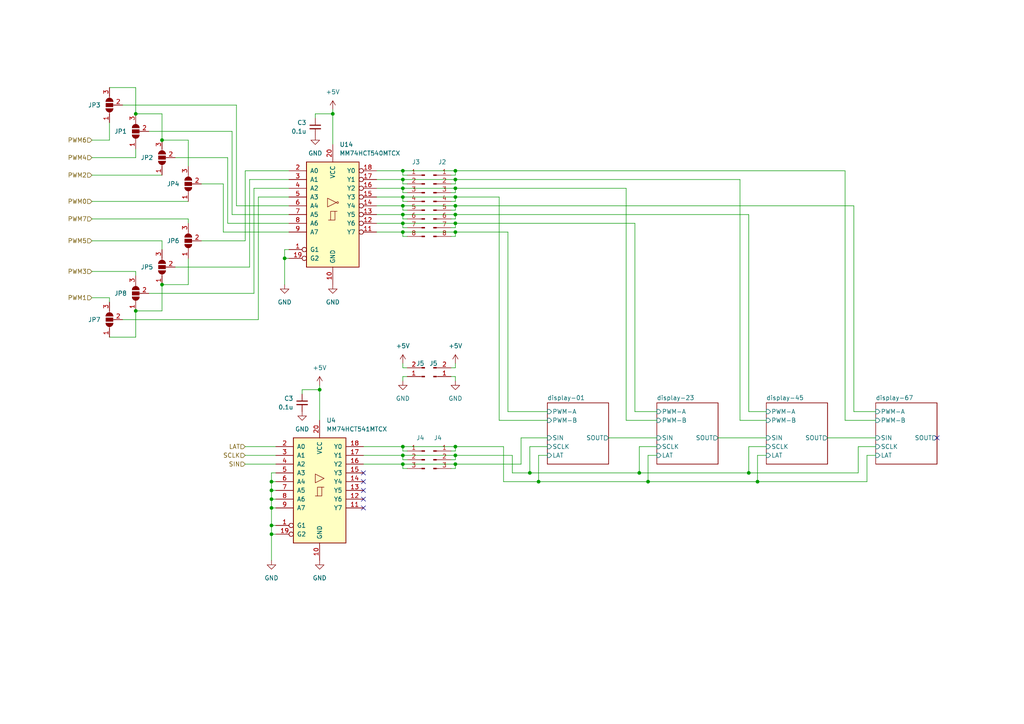
<source format=kicad_sch>
(kicad_sch (version 20230121) (generator eeschema)
  (paper "A4")
  (lib_symbols
    (symbol "0-74xx:74HCT540" (pin_names (offset 1.016))
      (property "Reference" "U" (at -7.62 16.51 0))
      (property "Value" "74HCT540" (at -7.62 -16.51 0))
      (symbol "74HCT540_1_0"
        (polyline (pts (xy -0.635 -1.6002) (xy -0.635 0.9398) (xy 0.635 0.9398)))
        (polyline (pts (xy -1.27 -1.6002) (xy 0.635 -1.6002) (xy 0.635 0.9398) (xy 1.27 0.9398)))
        (polyline (pts (xy 1.016 3.4798) (xy -1.524 4.7498) (xy -1.524 2.2098) (xy 1.016 3.4798)) (stroke (width 0.1524)))
        (circle (center 1.397 3.4798) (radius 0.254) (stroke (width 0.1524)))
        (pin input inverted (at -12.7 -10.16 0) (length 5.08) (name "G1") (number "1"))
        (pin power_in line (at 0 -20.32 90) (length 5.08) (name "GND") (number "10"))
        (pin tri_state inverted (at 12.7 -5.08 180) (length 5.08) (name "Y7") (number "11"))
        (pin tri_state inverted (at 12.7 -2.54 180) (length 5.08) (name "Y6") (number "12"))
        (pin tri_state inverted (at 12.7 0 180) (length 5.08) (name "Y5") (number "13"))
        (pin tri_state inverted (at 12.7 2.54 180) (length 5.08) (name "Y4") (number "14"))
        (pin tri_state inverted (at 12.7 5.08 180) (length 5.08) (name "Y3") (number "15"))
        (pin tri_state inverted (at 12.7 7.62 180) (length 5.08) (name "Y2") (number "16"))
        (pin tri_state inverted (at 12.7 10.16 180) (length 5.08) (name "Y1") (number "17"))
        (pin tri_state inverted (at 12.7 12.7 180) (length 5.08) (name "Y0") (number "18"))
        (pin input inverted (at -12.7 -12.7 0) (length 5.08) (name "G2") (number "19"))
        (pin input line (at -12.7 12.7 0) (length 5.08) (name "A0") (number "2"))
        (pin power_in line (at 0 20.32 270) (length 5.08) (name "VCC") (number "20"))
        (pin input line (at -12.7 10.16 0) (length 5.08) (name "A1") (number "3"))
        (pin input line (at -12.7 7.62 0) (length 5.08) (name "A2") (number "4"))
        (pin input line (at -12.7 5.08 0) (length 5.08) (name "A3") (number "5"))
        (pin input line (at -12.7 2.54 0) (length 5.08) (name "A4") (number "6"))
        (pin input line (at -12.7 0 0) (length 5.08) (name "A5") (number "7"))
        (pin input line (at -12.7 -2.54 0) (length 5.08) (name "A6") (number "8"))
        (pin input line (at -12.7 -5.08 0) (length 5.08) (name "A7") (number "9"))
      )
      (symbol "74HCT540_1_1"
        (rectangle (start -7.62 15.24) (end 7.62 -15.24) (stroke (width 0.254)) (fill (type background)))
      )
    )
    (symbol "0-passives:C-ceramic" (pin_numbers hide) (pin_names (offset 0.254) hide)
      (property "Reference" "C" (at 0.254 1.778 0))
      (property "Value" "?u" (at 0.254 -2.032 0))
      (symbol "C-ceramic_0_1"
        (polyline (pts (xy -1.524 -0.508) (xy 1.524 -0.508)) (stroke (width 0.3302)))
        (polyline (pts (xy -1.524 0.508) (xy 1.524 0.508)) (stroke (width 0.3048)))
      )
      (symbol "C-ceramic_1_1"
        (pin passive line (at 0 2.54 270) (length 2.032) (name "~") (number "1"))
        (pin passive line (at 0 -2.54 90) (length 2.032) (name "~") (number "2"))
      )
    )
    (symbol "0-passives:SolderJumper_3" (pin_names (offset 0) hide)
      (property "Reference" "JP" (at -2.54 -2.54 0))
      (property "Value" "SolderJumper_3_Open" (at 0 2.794 0))
      (symbol "SolderJumper_3_0_1"
        (arc (start -1.016 1.016) (mid -2.0276 0) (end -1.016 -1.016))
        (arc (start -1.016 1.016) (mid -2.0276 0) (end -1.016 -1.016) (fill (type outline)))
        (rectangle (start -0.508 1.016) (end 0.508 -1.016) (fill (type outline)))
        (polyline (pts (xy -2.54 0) (xy -2.032 0)))
        (polyline (pts (xy -1.016 1.016) (xy -1.016 -1.016)))
        (polyline (pts (xy 0 -1.27) (xy 0 -1.016)))
        (polyline (pts (xy 1.016 1.016) (xy 1.016 -1.016)))
        (polyline (pts (xy 2.54 0) (xy 2.032 0)))
        (arc (start 1.016 -1.016) (mid 2.0276 0) (end 1.016 1.016))
        (arc (start 1.016 -1.016) (mid 2.0276 0) (end 1.016 1.016) (fill (type outline)))
      )
      (symbol "SolderJumper_3_1_1"
        (pin passive line (at -5.08 0 0) (length 2.54) (name "A") (number "1"))
        (pin passive line (at 0 -3.81 90) (length 2.54) (name "C") (number "2"))
        (pin passive line (at 5.08 0 180) (length 2.54) (name "B") (number "3"))
      )
    )
    (symbol "0-power:+5V" (power) (pin_names (offset 0))
      (property "Value" "+5V" (at 0 3.556 0))
      (symbol "+5V_0_1"
        (polyline (pts (xy -0.762 1.27) (xy 0 2.54)))
        (polyline (pts (xy 0 0) (xy 0 2.54)))
        (polyline (pts (xy 0 2.54) (xy 0.762 1.27)))
      )
      (symbol "+5V_1_1"
        (pin power_in line (at 0 0 90) (length 0) hide (name "+5V") (number "1"))
      )
    )
    (symbol "0-power:GND" (power) (pin_names (offset 0))
      (property "Value" "GND" (at 0 -3.81 0))
      (symbol "GND_0_1"
        (polyline (pts (xy 0 0) (xy 0 -1.27) (xy 1.27 -1.27) (xy 0 -2.54) (xy -1.27 -1.27) (xy 0 -1.27)))
      )
      (symbol "GND_1_1"
        (pin power_in line (at 0 0 270) (length 0) hide (name "GND") (number "1"))
      )
    )
    (symbol "74xx:74HCT541" (pin_names (offset 1.016))
      (property "Reference" "U" (at -7.62 16.51 0))
      (property "Value" "74HCT541" (at -7.62 -16.51 0))
      (symbol "74HCT541_1_0"
        (polyline (pts (xy -0.635 -1.6002) (xy -0.635 0.9398) (xy 0.635 0.9398)))
        (polyline (pts (xy -1.27 -1.6002) (xy 0.635 -1.6002) (xy 0.635 0.9398) (xy 1.27 0.9398)))
        (polyline (pts (xy 1.27 3.4798) (xy -1.27 4.7498) (xy -1.27 2.2098) (xy 1.27 3.4798)) (stroke (width 0.1524)))
        (pin input inverted (at -12.7 -10.16 0) (length 5.08) (name "G1") (number "1"))
        (pin power_in line (at 0 -20.32 90) (length 5.08) (name "GND") (number "10"))
        (pin tri_state line (at 12.7 -5.08 180) (length 5.08) (name "Y7") (number "11"))
        (pin tri_state line (at 12.7 -2.54 180) (length 5.08) (name "Y6") (number "12"))
        (pin tri_state line (at 12.7 0 180) (length 5.08) (name "Y5") (number "13"))
        (pin tri_state line (at 12.7 2.54 180) (length 5.08) (name "Y4") (number "14"))
        (pin tri_state line (at 12.7 5.08 180) (length 5.08) (name "Y3") (number "15"))
        (pin tri_state line (at 12.7 7.62 180) (length 5.08) (name "Y2") (number "16"))
        (pin tri_state line (at 12.7 10.16 180) (length 5.08) (name "Y1") (number "17"))
        (pin tri_state line (at 12.7 12.7 180) (length 5.08) (name "Y0") (number "18"))
        (pin input inverted (at -12.7 -12.7 0) (length 5.08) (name "G2") (number "19"))
        (pin input line (at -12.7 12.7 0) (length 5.08) (name "A0") (number "2"))
        (pin power_in line (at 0 20.32 270) (length 5.08) (name "VCC") (number "20"))
        (pin input line (at -12.7 10.16 0) (length 5.08) (name "A1") (number "3"))
        (pin input line (at -12.7 7.62 0) (length 5.08) (name "A2") (number "4"))
        (pin input line (at -12.7 5.08 0) (length 5.08) (name "A3") (number "5"))
        (pin input line (at -12.7 2.54 0) (length 5.08) (name "A4") (number "6"))
        (pin input line (at -12.7 0 0) (length 5.08) (name "A5") (number "7"))
        (pin input line (at -12.7 -2.54 0) (length 5.08) (name "A6") (number "8"))
        (pin input line (at -12.7 -5.08 0) (length 5.08) (name "A7") (number "9"))
      )
      (symbol "74HCT541_1_1"
        (rectangle (start -7.62 15.24) (end 7.62 -15.24) (stroke (width 0.254)) (fill (type background)))
      )
    )
    (symbol "Connector:Conn_01x02_Pin" (pin_names (offset 1.016) hide)
      (property "Reference" "J" (at 0 2.54 0))
      (property "Value" "Conn_01x02_Pin" (at 0 -5.08 0))
      (symbol "Conn_01x02_Pin_1_1"
        (polyline (pts (xy 1.27 -2.54) (xy 0.8636 -2.54)) (stroke (width 0.1524)))
        (polyline (pts (xy 1.27 0) (xy 0.8636 0)) (stroke (width 0.1524)))
        (rectangle (start 0.8636 -2.413) (end 0 -2.667) (stroke (width 0.1524)) (fill (type outline)))
        (rectangle (start 0.8636 0.127) (end 0 -0.127) (stroke (width 0.1524)) (fill (type outline)))
        (pin passive line (at 5.08 0 180) (length 3.81) (name "Pin_1") (number "1"))
        (pin passive line (at 5.08 -2.54 180) (length 3.81) (name "Pin_2") (number "2"))
      )
    )
    (symbol "Connector:Conn_01x03_Pin" (pin_names (offset 1.016) hide)
      (property "Reference" "J" (at 0 5.08 0))
      (property "Value" "Conn_01x03_Pin" (at 0 -5.08 0))
      (symbol "Conn_01x03_Pin_1_1"
        (polyline (pts (xy 1.27 -2.54) (xy 0.8636 -2.54)) (stroke (width 0.1524)))
        (polyline (pts (xy 1.27 0) (xy 0.8636 0)) (stroke (width 0.1524)))
        (polyline (pts (xy 1.27 2.54) (xy 0.8636 2.54)) (stroke (width 0.1524)))
        (rectangle (start 0.8636 -2.413) (end 0 -2.667) (stroke (width 0.1524)) (fill (type outline)))
        (rectangle (start 0.8636 0.127) (end 0 -0.127) (stroke (width 0.1524)) (fill (type outline)))
        (rectangle (start 0.8636 2.667) (end 0 2.413) (stroke (width 0.1524)) (fill (type outline)))
        (pin passive line (at 5.08 2.54 180) (length 3.81) (name "Pin_1") (number "1"))
        (pin passive line (at 5.08 0 180) (length 3.81) (name "Pin_2") (number "2"))
        (pin passive line (at 5.08 -2.54 180) (length 3.81) (name "Pin_3") (number "3"))
      )
    )
    (symbol "Connector:Conn_01x08_Pin" (pin_names (offset 1.016) hide)
      (property "Reference" "J" (at 0 10.16 0))
      (property "Value" "Conn_01x08_Pin" (at 0 -12.7 0))
      (symbol "Conn_01x08_Pin_1_1"
        (polyline (pts (xy 1.27 -10.16) (xy 0.8636 -10.16)) (stroke (width 0.1524)))
        (polyline (pts (xy 1.27 -7.62) (xy 0.8636 -7.62)) (stroke (width 0.1524)))
        (polyline (pts (xy 1.27 -5.08) (xy 0.8636 -5.08)) (stroke (width 0.1524)))
        (polyline (pts (xy 1.27 -2.54) (xy 0.8636 -2.54)) (stroke (width 0.1524)))
        (polyline (pts (xy 1.27 0) (xy 0.8636 0)) (stroke (width 0.1524)))
        (polyline (pts (xy 1.27 2.54) (xy 0.8636 2.54)) (stroke (width 0.1524)))
        (polyline (pts (xy 1.27 5.08) (xy 0.8636 5.08)) (stroke (width 0.1524)))
        (polyline (pts (xy 1.27 7.62) (xy 0.8636 7.62)) (stroke (width 0.1524)))
        (rectangle (start 0.8636 -10.033) (end 0 -10.287) (stroke (width 0.1524)) (fill (type outline)))
        (rectangle (start 0.8636 -7.493) (end 0 -7.747) (stroke (width 0.1524)) (fill (type outline)))
        (rectangle (start 0.8636 -4.953) (end 0 -5.207) (stroke (width 0.1524)) (fill (type outline)))
        (rectangle (start 0.8636 -2.413) (end 0 -2.667) (stroke (width 0.1524)) (fill (type outline)))
        (rectangle (start 0.8636 0.127) (end 0 -0.127) (stroke (width 0.1524)) (fill (type outline)))
        (rectangle (start 0.8636 2.667) (end 0 2.413) (stroke (width 0.1524)) (fill (type outline)))
        (rectangle (start 0.8636 5.207) (end 0 4.953) (stroke (width 0.1524)) (fill (type outline)))
        (rectangle (start 0.8636 7.747) (end 0 7.493) (stroke (width 0.1524)) (fill (type outline)))
        (pin passive line (at 5.08 7.62 180) (length 3.81) (name "Pin_1") (number "1"))
        (pin passive line (at 5.08 5.08 180) (length 3.81) (name "Pin_2") (number "2"))
        (pin passive line (at 5.08 2.54 180) (length 3.81) (name "Pin_3") (number "3"))
        (pin passive line (at 5.08 0 180) (length 3.81) (name "Pin_4") (number "4"))
        (pin passive line (at 5.08 -2.54 180) (length 3.81) (name "Pin_5") (number "5"))
        (pin passive line (at 5.08 -5.08 180) (length 3.81) (name "Pin_6") (number "6"))
        (pin passive line (at 5.08 -7.62 180) (length 3.81) (name "Pin_7") (number "7"))
        (pin passive line (at 5.08 -10.16 180) (length 3.81) (name "Pin_8") (number "8"))
      )
    )
  )
  (junction (at 116.84 134.62))
  (junction (at 132.08 64.77))
  (junction (at 78.74 144.78))
  (junction (at 116.84 54.61))
  (junction (at 116.84 57.15))
  (junction (at 82.55 74.93))
  (junction (at 78.74 142.24))
  (junction (at 187.96 139.7))
  (junction (at 116.84 129.54))
  (junction (at 39.37 90.17))
  (junction (at 185.42 137.16))
  (junction (at 78.74 152.4))
  (junction (at 153.67 137.16))
  (junction (at 116.84 132.08))
  (junction (at 78.74 154.94))
  (junction (at 78.74 139.7))
  (junction (at 78.74 147.32))
  (junction (at 39.37 33.02))
  (junction (at 116.84 67.31))
  (junction (at 217.17 137.16))
  (junction (at 132.08 134.62))
  (junction (at 132.08 49.53))
  (junction (at 132.08 59.69))
  (junction (at 116.84 62.23))
  (junction (at 219.71 139.7))
  (junction (at 132.08 62.23))
  (junction (at 46.99 40.64))
  (junction (at 132.08 129.54))
  (junction (at 132.08 132.08))
  (junction (at 116.84 49.53))
  (junction (at 132.08 54.61))
  (junction (at 132.08 52.07))
  (junction (at 116.84 64.77))
  (junction (at 116.84 59.69))
  (junction (at 92.71 113.03))
  (junction (at 156.21 139.7))
  (junction (at 96.52 33.02))
  (junction (at 116.84 52.07))
  (junction (at 132.08 57.15))
  (junction (at 132.08 67.31))
  (junction (at 46.99 82.55))
  (no_connect (at 105.41 139.7))
  (no_connect (at 105.41 137.16))
  (no_connect (at 105.41 144.78))
  (no_connect (at 271.78 127))
  (no_connect (at 105.41 142.24))
  (no_connect (at 105.41 147.32))
  (wire (pts (xy 67.31 38.1) (xy 67.31 62.23)))
  (wire (pts (xy 132.08 52.07) (xy 214.63 52.07)))
  (wire (pts (xy 78.74 137.16) (xy 78.74 139.7)))
  (wire (pts (xy 130.81 60.96) (xy 132.08 60.96)))
  (wire (pts (xy 217.17 129.54) (xy 222.25 129.54)))
  (wire (pts (xy 217.17 137.16) (xy 248.92 137.16)))
  (wire (pts (xy 74.93 57.15) (xy 74.93 92.71)))
  (wire (pts (xy 130.81 109.22) (xy 132.08 109.22)))
  (wire (pts (xy 39.37 78.74) (xy 39.37 80.01)))
  (wire (pts (xy 116.84 109.22) (xy 118.11 109.22)))
  (wire (pts (xy 71.12 49.53) (xy 71.12 69.85)))
  (wire (pts (xy 208.28 127) (xy 222.25 127)))
  (wire (pts (xy 82.55 74.93) (xy 82.55 72.39)))
  (wire (pts (xy 217.17 62.23) (xy 217.17 119.38)))
  (wire (pts (xy 26.67 58.42) (xy 54.61 58.42)))
  (wire (pts (xy 185.42 137.16) (xy 217.17 137.16)))
  (wire (pts (xy 67.31 62.23) (xy 83.82 62.23)))
  (wire (pts (xy 151.13 127) (xy 158.75 127)))
  (wire (pts (xy 153.67 129.54) (xy 158.75 129.54)))
  (wire (pts (xy 105.41 129.54) (xy 116.84 129.54)))
  (wire (pts (xy 116.84 53.34) (xy 116.84 52.07)))
  (wire (pts (xy 248.92 129.54) (xy 254 129.54)))
  (wire (pts (xy 71.12 132.08) (xy 80.01 132.08)))
  (wire (pts (xy 116.84 55.88) (xy 116.84 54.61)))
  (wire (pts (xy 118.11 68.58) (xy 116.84 68.58)))
  (wire (pts (xy 66.04 45.72) (xy 66.04 64.77)))
  (wire (pts (xy 118.11 60.96) (xy 116.84 60.96)))
  (wire (pts (xy 116.84 57.15) (xy 132.08 57.15)))
  (wire (pts (xy 132.08 135.89) (xy 132.08 134.62)))
  (wire (pts (xy 78.74 147.32) (xy 80.01 147.32)))
  (wire (pts (xy 46.99 82.55) (xy 46.99 90.17)))
  (wire (pts (xy 148.59 137.16) (xy 153.67 137.16)))
  (wire (pts (xy 151.13 134.62) (xy 151.13 127)))
  (wire (pts (xy 82.55 74.93) (xy 83.82 74.93)))
  (wire (pts (xy 251.46 132.08) (xy 254 132.08)))
  (wire (pts (xy 43.18 38.1) (xy 67.31 38.1)))
  (wire (pts (xy 132.08 130.81) (xy 132.08 129.54)))
  (wire (pts (xy 148.59 132.08) (xy 148.59 137.16)))
  (wire (pts (xy 219.71 132.08) (xy 222.25 132.08)))
  (wire (pts (xy 116.84 60.96) (xy 116.84 59.69)))
  (wire (pts (xy 39.37 33.02) (xy 46.99 33.02)))
  (wire (pts (xy 46.99 90.17) (xy 39.37 90.17)))
  (wire (pts (xy 116.84 130.81) (xy 116.84 129.54)))
  (wire (pts (xy 50.8 77.47) (xy 72.39 77.47)))
  (wire (pts (xy 78.74 142.24) (xy 80.01 142.24)))
  (wire (pts (xy 39.37 45.72) (xy 26.67 45.72)))
  (wire (pts (xy 132.08 68.58) (xy 132.08 67.31)))
  (wire (pts (xy 109.22 52.07) (xy 116.84 52.07)))
  (wire (pts (xy 68.58 30.48) (xy 68.58 59.69)))
  (wire (pts (xy 116.84 106.68) (xy 118.11 106.68)))
  (wire (pts (xy 130.81 58.42) (xy 132.08 58.42)))
  (wire (pts (xy 132.08 58.42) (xy 132.08 57.15)))
  (wire (pts (xy 64.77 53.34) (xy 64.77 67.31)))
  (wire (pts (xy 185.42 137.16) (xy 185.42 129.54)))
  (wire (pts (xy 132.08 50.8) (xy 132.08 49.53)))
  (wire (pts (xy 54.61 74.93) (xy 54.61 82.55)))
  (wire (pts (xy 68.58 59.69) (xy 83.82 59.69)))
  (wire (pts (xy 245.11 49.53) (xy 245.11 121.92)))
  (wire (pts (xy 116.84 66.04) (xy 116.84 64.77)))
  (wire (pts (xy 72.39 52.07) (xy 83.82 52.07)))
  (wire (pts (xy 153.67 137.16) (xy 185.42 137.16)))
  (wire (pts (xy 118.11 58.42) (xy 116.84 58.42)))
  (wire (pts (xy 74.93 57.15) (xy 83.82 57.15)))
  (wire (pts (xy 78.74 144.78) (xy 78.74 147.32)))
  (wire (pts (xy 87.63 113.03) (xy 92.71 113.03)))
  (wire (pts (xy 118.11 135.89) (xy 116.84 135.89)))
  (wire (pts (xy 26.67 50.8) (xy 46.99 50.8)))
  (wire (pts (xy 64.77 67.31) (xy 83.82 67.31)))
  (wire (pts (xy 181.61 54.61) (xy 181.61 121.92)))
  (wire (pts (xy 132.08 54.61) (xy 181.61 54.61)))
  (wire (pts (xy 240.03 127) (xy 254 127)))
  (wire (pts (xy 116.84 49.53) (xy 132.08 49.53)))
  (wire (pts (xy 130.81 66.04) (xy 132.08 66.04)))
  (wire (pts (xy 80.01 152.4) (xy 78.74 152.4)))
  (wire (pts (xy 247.65 59.69) (xy 247.65 119.38)))
  (wire (pts (xy 109.22 64.77) (xy 116.84 64.77)))
  (wire (pts (xy 78.74 144.78) (xy 80.01 144.78)))
  (wire (pts (xy 187.96 139.7) (xy 219.71 139.7)))
  (wire (pts (xy 118.11 50.8) (xy 116.84 50.8)))
  (wire (pts (xy 73.66 54.61) (xy 83.82 54.61)))
  (wire (pts (xy 251.46 139.7) (xy 251.46 132.08)))
  (wire (pts (xy 105.41 132.08) (xy 116.84 132.08)))
  (wire (pts (xy 248.92 137.16) (xy 248.92 129.54)))
  (wire (pts (xy 39.37 43.18) (xy 39.37 45.72)))
  (wire (pts (xy 130.81 106.68) (xy 132.08 106.68)))
  (wire (pts (xy 116.84 135.89) (xy 116.84 134.62)))
  (wire (pts (xy 147.32 67.31) (xy 147.32 119.38)))
  (wire (pts (xy 132.08 49.53) (xy 245.11 49.53)))
  (wire (pts (xy 91.44 33.02) (xy 96.52 33.02)))
  (wire (pts (xy 39.37 97.79) (xy 39.37 90.17)))
  (wire (pts (xy 116.84 67.31) (xy 132.08 67.31)))
  (wire (pts (xy 26.67 86.36) (xy 31.75 86.36)))
  (wire (pts (xy 214.63 52.07) (xy 214.63 121.92)))
  (wire (pts (xy 80.01 137.16) (xy 78.74 137.16)))
  (wire (pts (xy 35.56 92.71) (xy 74.93 92.71)))
  (wire (pts (xy 118.11 63.5) (xy 116.84 63.5)))
  (wire (pts (xy 31.75 97.79) (xy 39.37 97.79)))
  (wire (pts (xy 116.84 50.8) (xy 116.84 49.53)))
  (wire (pts (xy 132.08 132.08) (xy 148.59 132.08)))
  (wire (pts (xy 132.08 109.22) (xy 132.08 110.49)))
  (wire (pts (xy 132.08 134.62) (xy 151.13 134.62)))
  (wire (pts (xy 219.71 139.7) (xy 219.71 132.08)))
  (wire (pts (xy 184.15 119.38) (xy 190.5 119.38)))
  (wire (pts (xy 217.17 137.16) (xy 217.17 129.54)))
  (wire (pts (xy 71.12 129.54) (xy 80.01 129.54)))
  (wire (pts (xy 132.08 133.35) (xy 132.08 132.08)))
  (wire (pts (xy 214.63 121.92) (xy 222.25 121.92)))
  (wire (pts (xy 132.08 67.31) (xy 147.32 67.31)))
  (wire (pts (xy 31.75 25.4) (xy 39.37 25.4)))
  (wire (pts (xy 217.17 119.38) (xy 222.25 119.38)))
  (wire (pts (xy 109.22 59.69) (xy 116.84 59.69)))
  (wire (pts (xy 156.21 139.7) (xy 156.21 132.08)))
  (wire (pts (xy 82.55 72.39) (xy 83.82 72.39)))
  (wire (pts (xy 132.08 63.5) (xy 132.08 62.23)))
  (wire (pts (xy 130.81 53.34) (xy 132.08 53.34)))
  (wire (pts (xy 132.08 59.69) (xy 247.65 59.69)))
  (wire (pts (xy 92.71 111.76) (xy 92.71 113.03)))
  (wire (pts (xy 219.71 139.7) (xy 251.46 139.7)))
  (wire (pts (xy 146.05 139.7) (xy 156.21 139.7)))
  (wire (pts (xy 132.08 60.96) (xy 132.08 59.69)))
  (wire (pts (xy 26.67 78.74) (xy 39.37 78.74)))
  (wire (pts (xy 71.12 134.62) (xy 80.01 134.62)))
  (wire (pts (xy 132.08 54.61) (xy 116.84 54.61)))
  (wire (pts (xy 132.08 55.88) (xy 132.08 54.61)))
  (wire (pts (xy 144.78 57.15) (xy 144.78 121.92)))
  (wire (pts (xy 116.84 132.08) (xy 116.84 133.35)))
  (wire (pts (xy 176.53 127) (xy 190.5 127)))
  (wire (pts (xy 132.08 64.77) (xy 116.84 64.77)))
  (wire (pts (xy 116.84 132.08) (xy 132.08 132.08)))
  (wire (pts (xy 130.81 50.8) (xy 132.08 50.8)))
  (wire (pts (xy 130.81 135.89) (xy 132.08 135.89)))
  (wire (pts (xy 118.11 55.88) (xy 116.84 55.88)))
  (wire (pts (xy 132.08 66.04) (xy 132.08 64.77)))
  (wire (pts (xy 109.22 49.53) (xy 116.84 49.53)))
  (wire (pts (xy 43.18 85.09) (xy 73.66 85.09)))
  (wire (pts (xy 78.74 152.4) (xy 78.74 154.94)))
  (wire (pts (xy 146.05 129.54) (xy 146.05 139.7)))
  (wire (pts (xy 39.37 25.4) (xy 39.37 33.02)))
  (wire (pts (xy 78.74 147.32) (xy 78.74 152.4)))
  (wire (pts (xy 118.11 130.81) (xy 116.84 130.81)))
  (wire (pts (xy 132.08 59.69) (xy 116.84 59.69)))
  (wire (pts (xy 72.39 52.07) (xy 72.39 77.47)))
  (wire (pts (xy 46.99 69.85) (xy 46.99 72.39)))
  (wire (pts (xy 132.08 57.15) (xy 144.78 57.15)))
  (wire (pts (xy 92.71 113.03) (xy 92.71 121.92)))
  (wire (pts (xy 118.11 133.35) (xy 116.84 133.35)))
  (wire (pts (xy 71.12 49.53) (xy 83.82 49.53)))
  (wire (pts (xy 132.08 62.23) (xy 217.17 62.23)))
  (wire (pts (xy 73.66 54.61) (xy 73.66 85.09)))
  (wire (pts (xy 132.08 64.77) (xy 184.15 64.77)))
  (wire (pts (xy 130.81 130.81) (xy 132.08 130.81)))
  (wire (pts (xy 46.99 33.02) (xy 46.99 40.64)))
  (wire (pts (xy 109.22 67.31) (xy 116.84 67.31)))
  (wire (pts (xy 54.61 48.26) (xy 54.61 40.64)))
  (wire (pts (xy 132.08 129.54) (xy 146.05 129.54)))
  (wire (pts (xy 26.67 69.85) (xy 46.99 69.85)))
  (wire (pts (xy 31.75 86.36) (xy 31.75 87.63)))
  (wire (pts (xy 105.41 134.62) (xy 116.84 134.62)))
  (wire (pts (xy 58.42 53.34) (xy 64.77 53.34)))
  (wire (pts (xy 50.8 45.72) (xy 66.04 45.72)))
  (wire (pts (xy 66.04 64.77) (xy 83.82 64.77)))
  (wire (pts (xy 116.84 52.07) (xy 132.08 52.07)))
  (wire (pts (xy 153.67 137.16) (xy 153.67 129.54)))
  (wire (pts (xy 54.61 63.5) (xy 54.61 64.77)))
  (wire (pts (xy 181.61 121.92) (xy 190.5 121.92)))
  (wire (pts (xy 116.84 109.22) (xy 116.84 110.49)))
  (wire (pts (xy 116.84 68.58) (xy 116.84 67.31)))
  (wire (pts (xy 109.22 54.61) (xy 116.84 54.61)))
  (wire (pts (xy 78.74 139.7) (xy 78.74 142.24)))
  (wire (pts (xy 31.75 35.56) (xy 31.75 40.64)))
  (wire (pts (xy 245.11 121.92) (xy 254 121.92)))
  (wire (pts (xy 132.08 53.34) (xy 132.08 52.07)))
  (wire (pts (xy 187.96 132.08) (xy 190.5 132.08)))
  (wire (pts (xy 87.63 114.3) (xy 87.63 113.03)))
  (wire (pts (xy 187.96 139.7) (xy 187.96 132.08)))
  (wire (pts (xy 184.15 64.77) (xy 184.15 119.38)))
  (wire (pts (xy 31.75 40.64) (xy 26.67 40.64)))
  (wire (pts (xy 116.84 62.23) (xy 132.08 62.23)))
  (wire (pts (xy 109.22 57.15) (xy 116.84 57.15)))
  (wire (pts (xy 116.84 58.42) (xy 116.84 57.15)))
  (wire (pts (xy 116.84 106.68) (xy 116.84 105.41)))
  (wire (pts (xy 156.21 132.08) (xy 158.75 132.08)))
  (wire (pts (xy 58.42 69.85) (xy 71.12 69.85)))
  (wire (pts (xy 185.42 129.54) (xy 190.5 129.54)))
  (wire (pts (xy 54.61 82.55) (xy 46.99 82.55)))
  (wire (pts (xy 78.74 142.24) (xy 78.74 144.78)))
  (wire (pts (xy 78.74 154.94) (xy 80.01 154.94)))
  (wire (pts (xy 247.65 119.38) (xy 254 119.38)))
  (wire (pts (xy 116.84 63.5) (xy 116.84 62.23)))
  (wire (pts (xy 35.56 30.48) (xy 68.58 30.48)))
  (wire (pts (xy 109.22 62.23) (xy 116.84 62.23)))
  (wire (pts (xy 91.44 34.29) (xy 91.44 33.02)))
  (wire (pts (xy 130.81 55.88) (xy 132.08 55.88)))
  (wire (pts (xy 78.74 139.7) (xy 80.01 139.7)))
  (wire (pts (xy 116.84 134.62) (xy 132.08 134.62)))
  (wire (pts (xy 147.32 119.38) (xy 158.75 119.38)))
  (wire (pts (xy 116.84 129.54) (xy 132.08 129.54)))
  (wire (pts (xy 130.81 133.35) (xy 132.08 133.35)))
  (wire (pts (xy 156.21 139.7) (xy 187.96 139.7)))
  (wire (pts (xy 82.55 82.55) (xy 82.55 74.93)))
  (wire (pts (xy 26.67 63.5) (xy 54.61 63.5)))
  (wire (pts (xy 96.52 31.75) (xy 96.52 33.02)))
  (wire (pts (xy 96.52 33.02) (xy 96.52 41.91)))
  (wire (pts (xy 132.08 106.68) (xy 132.08 105.41)))
  (wire (pts (xy 144.78 121.92) (xy 158.75 121.92)))
  (wire (pts (xy 118.11 53.34) (xy 116.84 53.34)))
  (wire (pts (xy 130.81 63.5) (xy 132.08 63.5)))
  (wire (pts (xy 54.61 40.64) (xy 46.99 40.64)))
  (wire (pts (xy 118.11 66.04) (xy 116.84 66.04)))
  (wire (pts (xy 78.74 162.56) (xy 78.74 154.94)))
  (wire (pts (xy 130.81 68.58) (xy 132.08 68.58)))
  (hierarchical_label "LAT" (shape input) (at 71.12 129.54 180))
  (hierarchical_label "PWM7" (shape input) (at 26.67 63.5 180))
  (hierarchical_label "PWM0" (shape input) (at 26.67 58.42 180))
  (hierarchical_label "PWM3" (shape input) (at 26.67 78.74 180))
  (hierarchical_label "PWM5" (shape input) (at 26.67 69.85 180))
  (hierarchical_label "SIN" (shape input) (at 71.12 134.62 180))
  (hierarchical_label "PWM1" (shape input) (at 26.67 86.36 180))
  (hierarchical_label "SCLK" (shape input) (at 71.12 132.08 180))
  (hierarchical_label "PWM6" (shape input) (at 26.67 40.64 180))
  (hierarchical_label "PWM4" (shape input) (at 26.67 45.72 180))
  (hierarchical_label "PWM2" (shape input) (at 26.67 50.8 180))
  (symbol (lib_id "0-power:+5V") (at 92.71 111.76 0) (unit 1)
    (property "Reference" "#PWR011" (effects hide))
    (property "Value" "+5V" (at 92.71 106.68 0))
    (instances (project "altimeter" (path "" (reference "#PWR011") (unit 1)) (path "" (reference "#PWR037") (unit 1))))
  )
  (symbol (lib_id "0-passives:C-ceramic") (at 87.63 116.84 0) (mirror y) (unit 1)
    (property "Reference" "C3" (at 85.09 115.5763 0) (effects (justify left)))
    (property "Value" "0.1u" (at 85.09 118.1163 0) (effects (justify left)))
    (property "Footprint" "Capacitor_SMD:C_0603_1608Metric" (effects hide))
    (instances (project "altimeter" (path "" (reference "C3") (unit 1)) (path "" (reference "C5") (unit 1)) (path "" (reference "C1") (unit 1)) (path "" (reference "C7") (unit 1)) (path "" (reference "C15") (unit 1))))
  )
  (symbol (lib_id "0-passives:SolderJumper_3") (at 54.61 69.85 90) (unit 1)
    (property "Reference" "JP6" (at 52.07 69.85 90) (effects (justify left)))
    (property "Value" "SolderJumper_3_Open" (effects hide))
    (property "Footprint" "Jumper:SolderJumper-3_P1.3mm_Open_Pad1.0x1.5mm" (effects hide))
  )
  (symbol (lib_id "0-74xx:74HCT540") (at 96.52 62.23 0) (unit 1)
    (property "Reference" "U14" (at 98.4759 41.91 0) (effects (justify left)))
    (property "Value" "MM74HCT540MTCX" (at 98.4759 44.45 0) (effects (justify left)))
    (property "Footprint" "Package_SO:TSSOP-20_4.4x6.5mm_P0.65mm" (effects hide))
    (property "Datasheet" "https://www.onsemi.com/pdf/datasheet/mm74hct541-d.pdf" (effects hide))
    (instances (project "altimeter" (path "" (reference "U14") (unit 1)) (path "" (reference "U3") (unit 1))))
  )
  (symbol (lib_id "Connector:Conn_01x03_Pin") (at 123.19 133.35 0) (mirror y) (unit 1)
    (property "Reference" "J4" (at 121.92 127 0))
    (property "Value" "Conn_01x03_Pin" (effects hide))
    (property "Footprint" "Connector_PinHeader_2.54mm:PinHeader_1x03_P2.54mm_Vertical" (effects hide))
    (instances (project "altimeter" (path "" (reference "J4") (unit 1)) (path "" (reference "J55") (unit 1))))
  )
  (symbol (lib_id "0-power:+5V") (at 96.52 31.75 0) (unit 1)
    (property "Reference" "#PWR038" (effects hide))
    (property "Value" "+5V" (at 96.52 26.67 0))
    (instances (project "altimeter" (path "" (reference "#PWR038") (unit 1)) (path "" (reference "#PWR035") (unit 1))))
  )
  (symbol (lib_id "0-power:GND") (at 82.55 82.55 0) (unit 1)
    (property "Reference" "#PWR037" (effects hide))
    (property "Value" "GND" (at 82.55 87.63 0))
    (instances (project "altimeter" (path "" (reference "#PWR037") (unit 1)) (path "" (reference "#PWR033") (unit 1))))
  )
  (symbol (lib_id "0-passives:C-ceramic") (at 91.44 36.83 0) (mirror y) (unit 1)
    (property "Reference" "C3" (at 88.9 35.5663 0) (effects (justify left)))
    (property "Value" "0.1u" (at 88.9 38.1063 0) (effects (justify left)))
    (property "Footprint" "Capacitor_SMD:C_0603_1608Metric" (effects hide))
    (instances (project "altimeter" (path "" (reference "C3") (unit 1)) (path "" (reference "C5") (unit 1)) (path "" (reference "C1") (unit 1)) (path "" (reference "C7") (unit 1)) (path "" (reference "C4") (unit 1))))
  )
  (symbol (lib_id "0-passives:SolderJumper_3") (at 46.99 45.72 90) (unit 1)
    (property "Reference" "JP2" (at 44.45 45.72 90) (effects (justify left)))
    (property "Value" "SolderJumper_3_Open" (effects hide))
    (property "Footprint" "Jumper:SolderJumper-3_P1.3mm_Open_Pad1.0x1.5mm" (effects hide))
  )
  (symbol (lib_id "0-power:GND") (at 78.74 162.56 0) (unit 1)
    (property "Reference" "#PWR010" (effects hide))
    (property "Value" "GND" (at 78.74 167.64 0))
    (instances (project "altimeter" (path "" (reference "#PWR010") (unit 1)) (path "" (reference "#PWR034") (unit 1))))
  )
  (symbol (lib_id "Connector:Conn_01x03_Pin") (at 125.73 133.35 0) (unit 1)
    (property "Reference" "J4" (at 127 127 0))
    (property "Value" "Conn_01x03_Pin" (effects hide))
    (property "Footprint" "Connector_PinHeader_2.54mm:PinHeader_1x03_P2.54mm_Vertical" (effects hide))
    (instances (project "altimeter" (path "" (reference "J4") (unit 1)) (path "" (reference "J56") (unit 1))))
  )
  (symbol (lib_id "0-power:GND") (at 87.63 119.38 0) (unit 1)
    (property "Reference" "#PWR037" (effects hide))
    (property "Value" "GND" (at 87.63 124.46 0))
    (instances (project "altimeter" (path "" (reference "#PWR037") (unit 1)) (path "" (reference "#PWR040") (unit 1))))
  )
  (symbol (lib_id "0-power:GND") (at 96.52 82.55 0) (unit 1)
    (property "Reference" "#PWR036" (effects hide))
    (property "Value" "GND" (at 96.52 87.63 0))
  )
  (symbol (lib_id "0-power:GND") (at 132.08 110.49 0) (unit 1)
    (property "Reference" "#PWR036" (effects hide))
    (property "Value" "GND" (at 132.08 115.57 0))
    (instances (project "altimeter" (path "" (reference "#PWR036") (unit 1)) (path "" (reference "#PWR096") (unit 1))))
  )
  (symbol (lib_id "0-power:+5V") (at 116.84 105.41 0) (unit 1)
    (property "Reference" "#PWR038" (effects hide))
    (property "Value" "+5V" (at 116.84 100.33 0))
    (instances (project "altimeter" (path "" (reference "#PWR038") (unit 1)) (path "" (reference "#PWR097") (unit 1))))
  )
  (symbol (lib_id "0-power:+5V") (at 132.08 105.41 0) (unit 1)
    (property "Reference" "#PWR038" (effects hide))
    (property "Value" "+5V" (at 132.08 100.33 0))
    (instances (project "altimeter" (path "" (reference "#PWR038") (unit 1)) (path "" (reference "#PWR098") (unit 1))))
  )
  (symbol (lib_id "0-passives:SolderJumper_3") (at 46.99 77.47 90) (unit 1)
    (property "Reference" "JP5" (at 44.45 77.47 90) (effects (justify left)))
    (property "Value" "SolderJumper_3_Open" (effects hide))
    (property "Footprint" "Jumper:SolderJumper-3_P1.3mm_Open_Pad1.0x1.5mm" (effects hide))
  )
  (symbol (lib_id "0-power:GND") (at 116.84 110.49 0) (unit 1)
    (property "Reference" "#PWR036" (effects hide))
    (property "Value" "GND" (at 116.84 115.57 0))
    (instances (project "altimeter" (path "" (reference "#PWR036") (unit 1)) (path "" (reference "#PWR095") (unit 1))))
  )
  (symbol (lib_id "0-power:GND") (at 91.44 39.37 0) (unit 1)
    (property "Reference" "#PWR037" (effects hide))
    (property "Value" "GND" (at 91.44 44.45 0))
    (instances (project "altimeter" (path "" (reference "#PWR037") (unit 1)) (path "" (reference "#PWR039") (unit 1))))
  )
  (symbol (lib_id "0-passives:SolderJumper_3") (at 39.37 85.09 90) (unit 1)
    (property "Reference" "JP8" (at 36.83 85.09 90) (effects (justify left)))
    (property "Value" "SolderJumper_3_Open" (effects hide))
    (property "Footprint" "Jumper:SolderJumper-3_P1.3mm_Open_Pad1.0x1.5mm" (effects hide))
  )
  (symbol (lib_id "0-power:GND") (at 92.71 162.56 0) (unit 1)
    (property "Reference" "#PWR09" (effects hide))
    (property "Value" "GND" (at 92.71 167.64 0))
    (instances (project "altimeter" (path "" (reference "#PWR09") (unit 1)) (path "" (reference "#PWR038") (unit 1))))
  )
  (symbol (lib_id "0-passives:SolderJumper_3") (at 31.75 30.48 90) (unit 1)
    (property "Reference" "JP3" (at 29.21 30.48 90) (effects (justify left)))
    (property "Value" "SolderJumper_3_Open" (effects hide))
    (property "Footprint" "Jumper:SolderJumper-3_P1.3mm_Open_Pad1.0x1.5mm" (effects hide))
  )
  (symbol (lib_id "0-passives:SolderJumper_3") (at 54.61 53.34 90) (unit 1)
    (property "Reference" "JP4" (at 52.07 53.34 90) (effects (justify left)))
    (property "Value" "SolderJumper_3_Open" (effects hide))
    (property "Footprint" "Jumper:SolderJumper-3_P1.3mm_Open_Pad1.0x1.5mm" (effects hide))
  )
  (symbol (lib_id "0-passives:SolderJumper_3") (at 31.75 92.71 90) (unit 1)
    (property "Reference" "JP7" (at 29.21 92.71 90) (effects (justify left)))
    (property "Value" "SolderJumper_3_Open" (effects hide))
    (property "Footprint" "Jumper:SolderJumper-3_P1.3mm_Open_Pad1.0x1.5mm" (effects hide))
  )
  (symbol (lib_id "Connector:Conn_01x08_Pin") (at 123.19 58.42 0) (mirror y) (unit 1)
    (property "Reference" "J3" (at 120.65 46.99 0))
    (property "Value" "Conn_01x08_Pin" (effects hide))
    (property "Footprint" "Connector_PinHeader_2.54mm:PinHeader_1x08_P2.54mm_Vertical" (effects hide))
    (instances (project "altimeter" (path "" (reference "J3") (unit 1)) (path "" (reference "J57") (unit 1))))
  )
  (symbol (lib_id "0-passives:SolderJumper_3") (at 39.37 38.1 90) (unit 1)
    (property "Reference" "JP1" (at 36.83 38.1 90) (effects (justify left)))
    (property "Value" "SolderJumper_3_Open" (effects hide))
    (property "Footprint" "Jumper:SolderJumper-3_P1.3mm_Open_Pad1.0x1.5mm" (effects hide))
  )
  (symbol (lib_id "Connector:Conn_01x02_Pin") (at 123.19 109.22 180) (unit 1)
    (property "Reference" "J5" (at 121.92 105.41 0))
    (property "Value" "Conn_01x02_Pin" (effects hide))
    (property "Footprint" "Connector_PinHeader_2.54mm:PinHeader_1x02_P2.54mm_Vertical" (effects hide))
    (instances (project "altimeter" (path "" (reference "J5") (unit 1)) (path "" (reference "J53") (unit 1))))
  )
  (symbol (lib_id "Connector:Conn_01x08_Pin") (at 125.73 58.42 0) (unit 1)
    (property "Reference" "J2" (at 128.27 46.99 0))
    (property "Value" "Conn_01x08_Pin" (effects hide))
    (property "Footprint" "Connector_PinHeader_2.54mm:PinHeader_1x08_P2.54mm_Vertical" (effects hide))
    (instances (project "altimeter" (path "" (reference "J2") (unit 1)) (path "" (reference "J58") (unit 1))))
  )
  (symbol (lib_id "Connector:Conn_01x02_Pin") (at 125.73 109.22 0) (mirror x) (unit 1)
    (property "Reference" "J5" (at 125.73 105.41 0))
    (property "Value" "Conn_01x02_Pin" (effects hide))
    (property "Footprint" "Connector_PinHeader_2.54mm:PinHeader_1x02_P2.54mm_Vertical" (effects hide))
    (instances (project "altimeter" (path "" (reference "J5") (unit 1)) (path "" (reference "J54") (unit 1))))
  )
  (symbol (lib_id "74xx:74HCT541") (at 92.71 142.24 0) (unit 1)
    (property "Reference" "U4" (at 94.6659 121.92 0) (effects (justify left)))
    (property "Value" "MM74HCT541MTCX" (at 94.6659 124.46 0) (effects (justify left)))
    (property "Footprint" "Package_SO:TSSOP-20_4.4x6.5mm_P0.65mm" (effects hide))
    (property "Datasheet" "https://www.onsemi.com/pdf/datasheet/mm74hct541-d.pdf" (effects hide))
    (instances (project "altimeter" (path "" (reference "U4") (unit 1)) (path "" (reference "U5") (unit 1))))
  )
  (sheet (at 158.75 116.84) (size 17.78 17.78) (stroke (width 0.1524))
    (property "Sheetname" "display-01" (at 158.75 116.1284 0) (effects (justify left bottom)))
    (property "Sheetfile" "display-segment.kicad_sch" (effects hide))
    (pin "SOUT" output (at 176.53 127 0))
    (pin "SCLK" input (at 158.75 129.54 180))
    (pin "PWM-A" input (at 158.75 119.38 180))
    (pin "LAT" input (at 158.75 132.08 180))
    (pin "PWM-B" input (at 158.75 121.92 180))
    (pin "SIN" input (at 158.75 127 180))
  )
  (sheet (at 222.25 116.84) (size 17.78 17.78) (stroke (width 0.1524))
    (property "Sheetname" "display-45" (at 222.25 116.1284 0) (effects (justify left bottom)))
    (property "Sheetfile" "display-segment.kicad_sch" (effects hide))
    (pin "SOUT" output (at 240.03 127 0))
    (pin "SCLK" input (at 222.25 129.54 180))
    (pin "PWM-A" input (at 222.25 119.38 180))
    (pin "LAT" input (at 222.25 132.08 180))
    (pin "PWM-B" input (at 222.25 121.92 180))
    (pin "SIN" input (at 222.25 127 180))
  )
  (sheet (at 254 116.84) (size 17.78 17.78) (stroke (width 0.1524))
    (property "Sheetname" "display-67" (at 254 116.1284 0) (effects (justify left bottom)))
    (property "Sheetfile" "display-segment.kicad_sch" (effects hide))
    (pin "SOUT" output (at 271.78 127 0))
    (pin "SCLK" input (at 254 129.54 180))
    (pin "PWM-A" input (at 254 119.38 180))
    (pin "LAT" input (at 254 132.08 180))
    (pin "PWM-B" input (at 254 121.92 180))
    (pin "SIN" input (at 254 127 180))
  )
  (sheet (at 190.5 116.84) (size 17.78 17.78) (stroke (width 0.1524))
    (property "Sheetname" "display-23" (at 190.5 116.1284 0) (effects (justify left bottom)))
    (property "Sheetfile" "display-segment.kicad_sch" (effects hide))
    (pin "SOUT" output (at 208.28 127 0))
    (pin "SCLK" input (at 190.5 129.54 180))
    (pin "PWM-A" input (at 190.5 119.38 180))
    (pin "LAT" input (at 190.5 132.08 180))
    (pin "PWM-B" input (at 190.5 121.92 180))
    (pin "SIN" input (at 190.5 127 180))
  )
)
</source>
